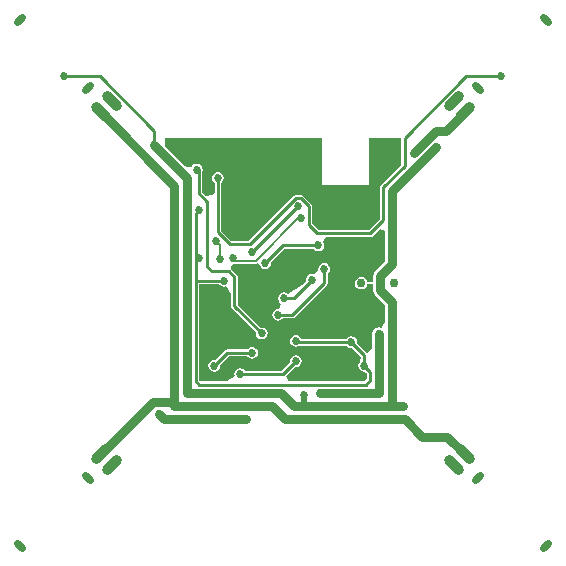
<source format=gbl>
%FSLAX25Y25*%
%MOIN*%
G70*
G01*
G75*
G04 Layer_Physical_Order=2*
G04 Layer_Color=16711680*
%ADD10C,0.01000*%
%ADD11C,0.01100*%
%ADD12C,0.02200*%
%ADD13R,0.01772X0.01575*%
%ADD14R,0.01575X0.01772*%
%ADD15R,0.02362X0.03347*%
%ADD16R,0.02756X0.03150*%
%ADD17R,0.03937X0.04724*%
%ADD18R,0.03150X0.02559*%
%ADD19R,0.03150X0.06299*%
%ADD20R,0.01181X0.03543*%
%ADD21R,0.06299X0.05118*%
%ADD22R,0.03543X0.03150*%
%ADD23R,0.01181X0.03150*%
%ADD24R,0.03150X0.01181*%
%ADD25O,0.03150X0.01181*%
%ADD26R,0.02559X0.03740*%
G04:AMPARAMS|DCode=27|XSize=37.4mil|YSize=25.59mil|CornerRadius=0mil|HoleSize=0mil|Usage=FLASHONLY|Rotation=135.000|XOffset=0mil|YOffset=0mil|HoleType=Round|Shape=Rectangle|*
%AMROTATEDRECTD27*
4,1,4,0.02227,-0.00418,0.00418,-0.02227,-0.02227,0.00418,-0.00418,0.02227,0.02227,-0.00418,0.0*
%
%ADD27ROTATEDRECTD27*%

G04:AMPARAMS|DCode=28|XSize=37.4mil|YSize=25.59mil|CornerRadius=0mil|HoleSize=0mil|Usage=FLASHONLY|Rotation=45.000|XOffset=0mil|YOffset=0mil|HoleType=Round|Shape=Rectangle|*
%AMROTATEDRECTD28*
4,1,4,-0.00418,-0.02227,-0.02227,-0.00418,0.00418,0.02227,0.02227,0.00418,-0.00418,-0.02227,0.0*
%
%ADD28ROTATEDRECTD28*%

%ADD29R,0.12598X0.12598*%
%ADD30R,0.12598X0.12598*%
%ADD31O,0.01181X0.03150*%
%ADD32R,0.03100X0.03100*%
%ADD33R,0.01969X0.03937*%
%ADD34R,0.05315X0.05906*%
%ADD35R,0.01969X0.02362*%
%ADD36R,0.02362X0.01969*%
%ADD37R,0.01181X0.01575*%
%ADD38R,0.11811X0.15748*%
%ADD39R,0.02205X0.02677*%
%ADD40C,0.02000*%
%ADD41C,0.00800*%
%ADD42C,0.03000*%
%ADD43C,0.02953*%
%ADD44O,0.02756X0.02953*%
G04:AMPARAMS|DCode=45|XSize=35.43mil|YSize=78.74mil|CornerRadius=0mil|HoleSize=0mil|Usage=FLASHONLY|Rotation=225.000|XOffset=0mil|YOffset=0mil|HoleType=Round|Shape=Round|*
%AMOVALD45*
21,1,0.04331,0.03543,0.00000,0.00000,315.0*
1,1,0.03543,-0.01531,0.01531*
1,1,0.03543,0.01531,-0.01531*
%
%ADD45OVALD45*%

G04:AMPARAMS|DCode=46|XSize=47.24mil|YSize=23.62mil|CornerRadius=0mil|HoleSize=0mil|Usage=FLASHONLY|Rotation=225.000|XOffset=0mil|YOffset=0mil|HoleType=Round|Shape=Round|*
%AMOVALD46*
21,1,0.02362,0.02362,0.00000,0.00000,225.0*
1,1,0.02362,0.00835,0.00835*
1,1,0.02362,-0.00835,-0.00835*
%
%ADD46OVALD46*%

G04:AMPARAMS|DCode=47|XSize=35.43mil|YSize=78.74mil|CornerRadius=0mil|HoleSize=0mil|Usage=FLASHONLY|Rotation=135.000|XOffset=0mil|YOffset=0mil|HoleType=Round|Shape=Round|*
%AMOVALD47*
21,1,0.04331,0.03543,0.00000,0.00000,225.0*
1,1,0.03543,0.01531,0.01531*
1,1,0.03543,-0.01531,-0.01531*
%
%ADD47OVALD47*%

G04:AMPARAMS|DCode=48|XSize=47.24mil|YSize=23.62mil|CornerRadius=0mil|HoleSize=0mil|Usage=FLASHONLY|Rotation=135.000|XOffset=0mil|YOffset=0mil|HoleType=Round|Shape=Round|*
%AMOVALD48*
21,1,0.02362,0.02362,0.00000,0.00000,135.0*
1,1,0.02362,0.00835,-0.00835*
1,1,0.02362,-0.00835,0.00835*
%
%ADD48OVALD48*%

%ADD49C,0.02700*%
G36*
X270300Y263345D02*
Y261811D01*
X270300Y261811D01*
X270300D01*
Y253249D01*
X266990Y249939D01*
X266526Y249245D01*
X266363Y248425D01*
Y246499D01*
X264372Y246303D01*
X264259Y246873D01*
X263800Y247560D01*
X263113Y248019D01*
X262303Y248180D01*
X261493Y248019D01*
X260806Y247560D01*
X260347Y246873D01*
X260186Y246063D01*
X260347Y245253D01*
X260806Y244566D01*
X261493Y244107D01*
X262303Y243946D01*
X263113Y244107D01*
X263800Y244566D01*
X264259Y245253D01*
X264372Y245823D01*
X266363Y245627D01*
Y243701D01*
X266526Y242881D01*
X266526Y242881D01*
X266526Y242881D01*
X266990Y242187D01*
X270300Y238877D01*
Y233163D01*
X269195Y231509D01*
X268754Y231147D01*
X268110Y231275D01*
X267291Y231112D01*
X266596Y230648D01*
X266132Y229953D01*
X265969Y229134D01*
Y224037D01*
X264499Y223054D01*
X264121Y222898D01*
X260977Y226043D01*
X261043Y226378D01*
X260892Y227139D01*
X260461Y227784D01*
X259816Y228215D01*
X259055Y228366D01*
X258294Y228215D01*
X257649Y227784D01*
X257459Y227500D01*
X242395D01*
X242388Y227533D01*
X241957Y228177D01*
X241312Y228608D01*
X240551Y228760D01*
X239790Y228608D01*
X239145Y228177D01*
X238714Y227533D01*
X238563Y226772D01*
X238714Y226011D01*
X239145Y225366D01*
X239790Y224935D01*
X240551Y224783D01*
X241312Y224935D01*
X241793Y225256D01*
X257459D01*
X257649Y224972D01*
X258294Y224541D01*
X259055Y224390D01*
X259390Y224457D01*
X262264Y221583D01*
X262264Y221583D01*
D01*
X261980Y219910D01*
X261549Y219265D01*
X261398Y218504D01*
X261549Y217743D01*
X261980Y217098D01*
X262625Y216667D01*
X263386Y216516D01*
X263386Y216516D01*
X263386Y216516D01*
X264146Y216116D01*
X264146Y214158D01*
X263315Y213326D01*
X238102D01*
X237829Y213735D01*
X237233Y215174D01*
X240216Y218157D01*
X240551Y218091D01*
X241312Y218242D01*
X241957Y218673D01*
X242388Y219318D01*
X242539Y220079D01*
X242388Y220840D01*
X241957Y221485D01*
X241312Y221916D01*
X240551Y222067D01*
X239790Y221916D01*
X239145Y221485D01*
X238714Y220840D01*
X238563Y220079D01*
X238630Y219743D01*
X235756Y216870D01*
X223643D01*
X223453Y217154D01*
X222808Y217585D01*
X222047Y217736D01*
X221286Y217585D01*
X220641Y217154D01*
X220210Y216509D01*
X220059Y215748D01*
X220210Y214987D01*
X217725Y213326D01*
X208732D01*
X208208Y213850D01*
Y245729D01*
X214940D01*
X215130Y245444D01*
X215775Y245013D01*
X216535Y244862D01*
X217296Y245013D01*
X218957Y242528D01*
Y238386D01*
X218957Y238386D01*
X219043Y237957D01*
X219286Y237593D01*
X227212Y229666D01*
X227146Y229331D01*
X227297Y228570D01*
X227728Y227925D01*
X228373Y227494D01*
X229134Y227343D01*
X229895Y227494D01*
X230540Y227925D01*
X230971Y228570D01*
X231122Y229331D01*
X230971Y230092D01*
X230540Y230737D01*
X229895Y231168D01*
X229134Y231319D01*
X228799Y231252D01*
X221200Y238850D01*
Y248031D01*
X221200Y248031D01*
X221115Y248461D01*
X220872Y248825D01*
X218903Y250793D01*
X218915Y251718D01*
X219685Y252343D01*
X220446Y252494D01*
X220491Y252524D01*
X227165D01*
X227555Y252601D01*
X227555Y252601D01*
X227555Y252601D01*
X228015Y252693D01*
X228478Y251995D01*
Y251995D01*
X228909Y251350D01*
X229554Y250919D01*
X230315Y250768D01*
X231076Y250919D01*
X231721Y251350D01*
X232152Y251995D01*
X232303Y252756D01*
X232237Y253091D01*
X236685Y257540D01*
X246436D01*
X246626Y257256D01*
X247271Y256825D01*
X248031Y256673D01*
X248792Y256825D01*
X249437Y257256D01*
X249868Y257901D01*
X250020Y258661D01*
X249868Y259422D01*
X249674Y259713D01*
X250617Y261477D01*
X265354D01*
X265354Y261477D01*
X265784Y261562D01*
X266147Y261805D01*
X268452Y264110D01*
X270300Y263345D01*
D02*
G37*
G36*
X275590Y294460D02*
Y285444D01*
X268892Y278746D01*
X268649Y278382D01*
X268564Y277953D01*
X268564Y277953D01*
Y267394D01*
X264890Y263720D01*
X248102D01*
X246003Y265819D01*
Y271654D01*
X246004Y271654D01*
X245918Y272083D01*
X245675Y272447D01*
X245675Y272447D01*
X242919Y275202D01*
X242555Y275446D01*
X242126Y275531D01*
X242126Y275531D01*
X240551D01*
X240122Y275446D01*
X239758Y275202D01*
X239758Y275202D01*
X224732Y260177D01*
X218969D01*
X215688Y263457D01*
Y279506D01*
X215973Y279696D01*
X216404Y280342D01*
X216555Y281102D01*
X216404Y281863D01*
X215973Y282508D01*
X215328Y282939D01*
X214567Y283091D01*
X213806Y282939D01*
X213161Y282508D01*
X212730Y281863D01*
X212579Y281102D01*
X212730Y280342D01*
X213161Y279696D01*
X213445Y279506D01*
Y276465D01*
X212692Y275334D01*
X210701Y275137D01*
X209389Y276449D01*
Y283460D01*
X209469Y283858D01*
X209317Y284619D01*
X208886Y285264D01*
X208241Y285695D01*
X207480Y285846D01*
X206719Y285695D01*
X206074Y285264D01*
X205798Y284850D01*
X204919Y284763D01*
X203395Y285066D01*
X196850Y291611D01*
Y294460D01*
X196850Y294460D01*
X249213D01*
Y278740D01*
X264961D01*
Y294460D01*
X275590D01*
X275590Y294460D01*
D02*
G37*
%LPC*%
G36*
X225984Y224823D02*
X225223Y224672D01*
X224578Y224240D01*
X224388Y223956D01*
X217717D01*
X217717Y223956D01*
X217287Y223871D01*
X216923Y223628D01*
X216923Y223628D01*
X213721Y220425D01*
X213386Y220492D01*
X212625Y220341D01*
X211980Y219910D01*
X211549Y219265D01*
X211398Y218504D01*
X211549Y217743D01*
X211980Y217098D01*
X212625Y216667D01*
X213386Y216516D01*
X214147Y216667D01*
X214792Y217098D01*
X215223Y217743D01*
X215374Y218504D01*
X215307Y218839D01*
X218181Y221713D01*
X224388D01*
X224578Y221429D01*
X225223Y220998D01*
X225984Y220847D01*
X226745Y220998D01*
X227390Y221429D01*
X227821Y222074D01*
X227972Y222835D01*
X227821Y223595D01*
X227390Y224240D01*
X226745Y224672D01*
X225984Y224823D01*
D02*
G37*
G36*
X250000Y252776D02*
X249239Y252624D01*
X248594Y252193D01*
X248163Y251548D01*
X248012Y250787D01*
X248063Y250530D01*
X246649Y249116D01*
X246063Y249232D01*
X245302Y249081D01*
X244657Y248650D01*
X244226Y248005D01*
X244075Y247244D01*
X244142Y246909D01*
X242732Y245499D01*
X238020Y242351D01*
X237375Y242782D01*
X236614Y242933D01*
X235853Y242782D01*
X235208Y242351D01*
X234777Y241706D01*
X234626Y240945D01*
X234777Y240184D01*
X235049Y239778D01*
Y239778D01*
X235208Y239539D01*
X235208Y239539D01*
X235302Y239476D01*
D01*
X235698Y239212D01*
X234999Y237525D01*
X234932Y237364D01*
X234646Y237421D01*
X234646D01*
X233885Y237270D01*
X233240Y236839D01*
X232809Y236194D01*
X232658Y235433D01*
X232809Y234672D01*
X233240Y234027D01*
X233885Y233596D01*
X234646Y233445D01*
X235406Y233596D01*
X236052Y234027D01*
X236242Y234312D01*
X239370D01*
X239370Y234312D01*
X239799Y234397D01*
X240163Y234640D01*
X250793Y245270D01*
X250793Y245270D01*
X251036Y245634D01*
X251036Y245634D01*
X251036Y245634D01*
X251122Y246063D01*
X251121Y246063D01*
Y249192D01*
X251406Y249381D01*
X251837Y250026D01*
X251988Y250787D01*
X251837Y251548D01*
X251406Y252193D01*
X250761Y252624D01*
X250000Y252776D01*
D02*
G37*
%LPD*%
D10*
X297244Y314961D02*
X309055D01*
X276772Y294488D02*
X297244Y314961D01*
X276772Y285039D02*
Y294488D01*
X236221Y258661D02*
X248031D01*
X230315Y252756D02*
X236221Y258661D01*
X269685Y266929D02*
Y277953D01*
X265354Y262598D02*
X269685Y266929D01*
X247638Y262598D02*
X265354D01*
X269685Y277953D02*
X276772Y285039D01*
X244882Y265354D02*
X247638Y262598D01*
X244882Y265354D02*
Y271654D01*
X242126Y274410D02*
X244882Y271654D01*
X240551Y274410D02*
X242126D01*
X225197Y259055D02*
X240551Y274410D01*
X218504Y259055D02*
X225197D01*
X214567Y262992D02*
X218504Y259055D01*
X214567Y262992D02*
Y281102D01*
X250000Y246063D02*
Y250787D01*
X239764Y240945D02*
X246063Y247244D01*
X163386Y314961D02*
X175197D01*
X193307Y296850D01*
Y292126D02*
Y296850D01*
X236221Y215748D02*
X240551Y220079D01*
X222047Y215748D02*
X236221D01*
X217717Y222835D02*
X225984D01*
X213386Y218504D02*
X217717Y222835D01*
X225984Y256299D02*
X241339Y271654D01*
X259055Y226378D02*
X263386Y222047D01*
Y218504D02*
Y222047D01*
X208268Y275984D02*
Y283858D01*
X236614Y240945D02*
X239764D01*
X239370Y235433D02*
X250000Y246063D01*
X234646Y235433D02*
X239370D01*
X207087Y213386D02*
X208268Y212205D01*
X263779D01*
X265354Y213779D01*
Y216535D01*
X263386Y218504D02*
X265354Y216535D01*
X207087Y269291D02*
X208268Y270472D01*
X207087Y213386D02*
Y246850D01*
Y269291D01*
Y246850D02*
X216535D01*
X240551Y226378D02*
X259055D01*
X208268Y275984D02*
X211024Y273228D01*
Y251575D02*
Y273228D01*
Y251575D02*
X212598Y250000D01*
X220079Y238386D02*
X229134Y229331D01*
X212598Y250000D02*
X218110D01*
X220079Y248031D01*
Y238386D02*
Y248031D01*
D40*
X243307Y205118D02*
Y208661D01*
D41*
X219685Y254331D02*
X220472Y253543D01*
X227165D01*
X241339Y267717D01*
X215354Y253937D02*
Y258661D01*
X213779Y260236D02*
X215354Y258661D01*
D42*
X290945Y194882D02*
X296850Y188976D01*
X282677Y194882D02*
X290945D01*
X276772Y200787D02*
X282677Y194882D01*
X192913Y206299D02*
X200000D01*
X194882Y202362D02*
X196457Y200787D01*
X175591Y188976D02*
X192913Y206299D01*
X268110Y209449D02*
Y229134D01*
X290551Y296850D02*
X296850Y303150D01*
X287402Y296850D02*
X290551D01*
X279921Y289370D02*
X287402Y296850D01*
X272441Y252362D02*
Y276772D01*
X268504Y243701D02*
Y248425D01*
Y243701D02*
X272441Y239764D01*
Y226378D02*
Y239764D01*
X196457Y200787D02*
X216929D01*
X175591Y303150D02*
X200000Y278346D01*
Y205118D02*
Y278346D01*
X204331Y278740D02*
Y281102D01*
Y209449D02*
Y278740D01*
X272441Y276772D02*
X287205Y291535D01*
X251969Y209449D02*
X255512D01*
X248425Y200787D02*
X251969D01*
X268504Y248425D02*
X272441Y252362D01*
X220472Y209449D02*
X224016D01*
X216929D02*
X220472D01*
Y200787D02*
X224016D01*
X216929D02*
X220472D01*
X272441Y205118D02*
X276378D01*
X248425Y209449D02*
X251969D01*
X243307Y205118D02*
X272441D01*
X193307Y292126D02*
X204331Y281102D01*
Y209449D02*
X216929D01*
X255512D02*
X268110D01*
X251969Y200787D02*
X255512D01*
X200000Y205118D02*
X232677D01*
X237008Y200787D01*
X248425D01*
X224016Y209449D02*
X235433D01*
X239764Y205118D01*
X243307D01*
X255512Y200787D02*
X276772D01*
X272441Y205118D02*
Y226378D01*
D43*
X273130Y246063D02*
D03*
D44*
X262303D02*
D03*
D45*
X296850Y188976D02*
D03*
X293307Y185433D02*
D03*
X179134Y306693D02*
D03*
X175591Y303150D02*
D03*
D46*
X324016Y158268D02*
D03*
X301181Y181102D02*
D03*
X171260Y311024D02*
D03*
X148425Y333858D02*
D03*
D47*
X179134Y185433D02*
D03*
X175591Y188976D02*
D03*
X293307Y306693D02*
D03*
X296850Y303150D02*
D03*
D48*
X148425Y158268D02*
D03*
X171260Y181102D02*
D03*
X324016Y333858D02*
D03*
X301181Y311024D02*
D03*
D49*
X242520Y250394D02*
D03*
X219685Y267323D02*
D03*
X228346D02*
D03*
Y275590D02*
D03*
X276378Y205118D02*
D03*
X268110Y229134D02*
D03*
X309055Y314961D02*
D03*
X266929Y281102D02*
D03*
X287205Y291535D02*
D03*
X279921Y289370D02*
D03*
X252756Y259449D02*
D03*
X214567Y281102D02*
D03*
X257480Y254724D02*
D03*
X252756D02*
D03*
X257480Y259449D02*
D03*
X272441Y226378D02*
D03*
X163386Y314961D02*
D03*
X194882Y202362D02*
D03*
X193307Y292126D02*
D03*
X204331Y278740D02*
D03*
X211024Y281102D02*
D03*
X234646Y235433D02*
D03*
X250000Y250787D02*
D03*
X236614Y240945D02*
D03*
X222047Y215748D02*
D03*
X210236Y216142D02*
D03*
X215158Y232283D02*
D03*
X213386Y218504D02*
D03*
X240551Y220079D02*
D03*
X263386Y218504D02*
D03*
X225984Y222835D02*
D03*
X246063Y247244D02*
D03*
X208268Y270472D02*
D03*
X213779Y260236D02*
D03*
X215748Y290551D02*
D03*
X225984Y256299D02*
D03*
X261811Y214961D02*
D03*
X219685Y275590D02*
D03*
X241339Y271654D02*
D03*
X242126Y267717D02*
D03*
X232283Y287008D02*
D03*
X220472Y200787D02*
D03*
X224016D02*
D03*
X216929D02*
D03*
X224016Y209449D02*
D03*
X248425D02*
D03*
X251969D02*
D03*
X255512D02*
D03*
X216929D02*
D03*
X220472D02*
D03*
X251969Y200787D02*
D03*
X248425D02*
D03*
X229134Y229331D02*
D03*
X243307Y208661D02*
D03*
X207480Y283858D02*
D03*
X259055Y226378D02*
D03*
X240551Y226772D02*
D03*
X216535Y246850D02*
D03*
X219685Y254331D02*
D03*
X246457Y292520D02*
D03*
X242520Y291339D02*
D03*
X239370Y288583D02*
D03*
X247244Y285039D02*
D03*
X251969Y277165D02*
D03*
X257087D02*
D03*
X262205D02*
D03*
X266929Y292520D02*
D03*
Y286614D02*
D03*
X247244Y281102D02*
D03*
X215354Y253937D02*
D03*
X255512Y200787D02*
D03*
X208268Y254331D02*
D03*
X230315Y252756D02*
D03*
X248031Y258661D02*
D03*
X230709Y248425D02*
D03*
X249213Y235433D02*
D03*
M02*

</source>
